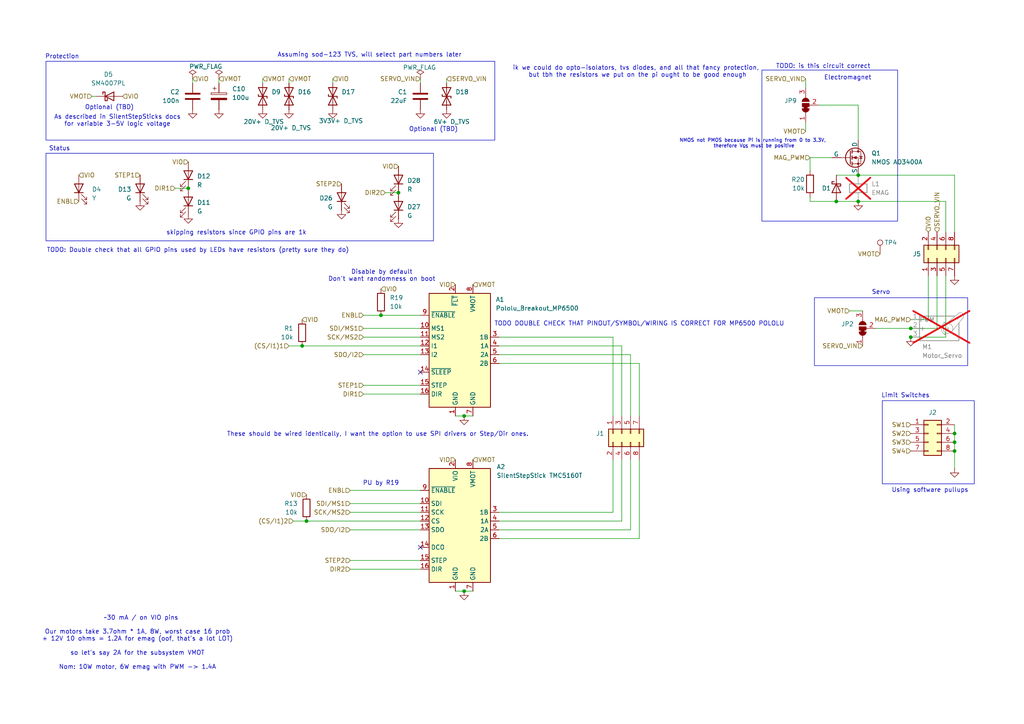
<source format=kicad_sch>
(kicad_sch (version 20231120) (generator "eeschema") (generator_version "8.0")
  (paper "A4")
  (lib_symbols
    (symbol "0chessbot-parts:Pololu_Breakout_MP6500"
      (property "Reference" "A" (at -2.54 19.05 0))
      (property "Value" "Pololu_Breakout_MP6500" (at -2.54 16.51 0))
      (symbol "Pololu_Breakout_MP6500_0_1"
        (rectangle (start -7.62 15.24) (end 10.16 -17.78) (stroke (width 0.254)) (fill (type background)))
      )
      (symbol "Pololu_Breakout_MP6500_1_1"
        (pin power_in line (at 0 -20.32 90) (length 2.54) (name "GND") (number "1"))
        (pin input line (at -10.16 5.08 0) (length 2.54) (name "MS1") (number "10"))
        (pin input line (at -10.16 2.54 0) (length 2.54) (name "MS2") (number "11"))
        (pin input line (at -10.16 0 0) (length 2.54) (name "I1") (number "12"))
        (pin input line (at -10.16 -2.54 0) (length 2.54) (name "I2") (number "13"))
        (pin input line (at -10.16 -7.62 0) (length 2.54) (name "~{SLEEP}") (number "14"))
        (pin input line (at -10.16 -11.43 0) (length 2.54) (name "STEP") (number "15"))
        (pin input line (at -10.16 -13.97 0) (length 2.54) (name "DIR") (number "16"))
        (pin power_in line (at 0 17.78 270) (length 2.54) (name "~{FLT}") (number "2"))
        (pin output line (at 12.7 2.54 180) (length 2.54) (name "1B") (number "3"))
        (pin output line (at 12.7 0 180) (length 2.54) (name "1A") (number "4"))
        (pin output line (at 12.7 -2.54 180) (length 2.54) (name "2A") (number "5"))
        (pin output line (at 12.7 -5.08 180) (length 2.54) (name "2B") (number "6"))
        (pin power_in line (at 5.08 -20.32 90) (length 2.54) (name "GND") (number "7"))
        (pin power_in line (at 5.08 17.78 270) (length 2.54) (name "VMOT") (number "8"))
        (pin input line (at -10.16 8.89 0) (length 2.54) (name "~{ENABLE}") (number "9"))
      )
    )
    (symbol "0chessbot-parts:SilentStepStick"
      (property "Reference" "A" (at -2.54 19.05 0))
      (property "Value" "SilentStepStick TMC5160T" (at -2.54 16.51 0))
      (symbol "SilentStepStick_0_1"
        (rectangle (start -7.62 15.24) (end 10.16 -17.78) (stroke (width 0.254)) (fill (type background)))
      )
      (symbol "SilentStepStick_1_1"
        (pin power_in line (at 0 -20.32 90) (length 2.54) (name "GND") (number "1"))
        (pin input line (at -10.16 5.08 0) (length 2.54) (name "SDI") (number "10"))
        (pin input line (at -10.16 2.54 0) (length 2.54) (name "SCK") (number "11"))
        (pin input line (at -10.16 0 0) (length 2.54) (name "CS") (number "12"))
        (pin input line (at -10.16 -2.54 0) (length 2.54) (name "SDO") (number "13"))
        (pin input line (at -10.16 -7.62 0) (length 2.54) (name "DCO") (number "14"))
        (pin input line (at -10.16 -11.43 0) (length 2.54) (name "STEP") (number "15"))
        (pin input line (at -10.16 -13.97 0) (length 2.54) (name "DIR") (number "16"))
        (pin power_in line (at 0 17.78 270) (length 2.54) (name "VIO") (number "2"))
        (pin output line (at 12.7 2.54 180) (length 2.54) (name "1B") (number "3"))
        (pin output line (at 12.7 0 180) (length 2.54) (name "1A") (number "4"))
        (pin output line (at 12.7 -2.54 180) (length 2.54) (name "2A") (number "5"))
        (pin output line (at 12.7 -5.08 180) (length 2.54) (name "2B") (number "6"))
        (pin power_in line (at 5.08 -20.32 90) (length 2.54) (name "GND") (number "7"))
        (pin power_in line (at 5.08 17.78 270) (length 2.54) (name "VMOT") (number "8"))
        (pin input line (at -10.16 8.89 0) (length 2.54) (name "~{ENABLE}") (number "9"))
      )
    )
    (symbol "Connector:TestPoint" (pin_numbers hide) (pin_names (offset 0.762) hide)
      (property "Reference" "TP" (at 0 6.858 0))
      (property "Value" "TestPoint" (at 0 5.08 0))
      (symbol "TestPoint_0_1"
        (circle (center 0 3.302) (radius 0.762))
      )
      (symbol "TestPoint_1_1"
        (pin passive line (at 0 0 90) (length 2.54) (name "1") (number "1"))
      )
    )
    (symbol "Connector_Generic:Conn_02x04_Odd_Even" (pin_names (offset 1.016) hide)
      (property "Reference" "J" (at 1.27 5.08 0))
      (property "Value" "Conn_02x04_Odd_Even" (at 1.27 -7.62 0))
      (symbol "Conn_02x04_Odd_Even_1_1"
        (rectangle (start -1.27 -4.953) (end 0 -5.207) (stroke (width 0.1524)))
        (rectangle (start -1.27 -2.413) (end 0 -2.667) (stroke (width 0.1524)))
        (rectangle (start -1.27 0.127) (end 0 -0.127) (stroke (width 0.1524)))
        (rectangle (start -1.27 2.667) (end 0 2.413) (stroke (width 0.1524)))
        (rectangle (start -1.27 3.81) (end 3.81 -6.35) (stroke (width 0.254)) (fill (type background)))
        (rectangle (start 3.81 -4.953) (end 2.54 -5.207) (stroke (width 0.1524)))
        (rectangle (start 3.81 -2.413) (end 2.54 -2.667) (stroke (width 0.1524)))
        (rectangle (start 3.81 0.127) (end 2.54 -0.127) (stroke (width 0.1524)))
        (rectangle (start 3.81 2.667) (end 2.54 2.413) (stroke (width 0.1524)))
        (pin passive line (at -5.08 2.54 0) (length 3.81) (name "Pin_1") (number "1"))
        (pin passive line (at 7.62 2.54 180) (length 3.81) (name "Pin_2") (number "2"))
        (pin passive line (at -5.08 0 0) (length 3.81) (name "Pin_3") (number "3"))
        (pin passive line (at 7.62 0 180) (length 3.81) (name "Pin_4") (number "4"))
        (pin passive line (at -5.08 -2.54 0) (length 3.81) (name "Pin_5") (number "5"))
        (pin passive line (at 7.62 -2.54 180) (length 3.81) (name "Pin_6") (number "6"))
        (pin passive line (at -5.08 -5.08 0) (length 3.81) (name "Pin_7") (number "7"))
        (pin passive line (at 7.62 -5.08 180) (length 3.81) (name "Pin_8") (number "8"))
      )
    )
    (symbol "Device:C" (pin_numbers hide) (pin_names (offset 0.254))
      (property "Reference" "C" (at 0.635 2.54 0))
      (property "Value" "C" (at 0.635 -2.54 0))
      (symbol "C_0_1"
        (polyline (pts (xy -2.032 -0.762) (xy 2.032 -0.762)) (stroke (width 0.508)))
        (polyline (pts (xy -2.032 0.762) (xy 2.032 0.762)) (stroke (width 0.508)))
      )
      (symbol "C_1_1"
        (pin passive line (at 0 3.81 270) (length 2.794) (name "~") (number "1"))
        (pin passive line (at 0 -3.81 90) (length 2.794) (name "~") (number "2"))
      )
    )
    (symbol "Device:C_Polarized" (pin_numbers hide) (pin_names (offset 0.254))
      (property "Reference" "C" (at 0.635 2.54 0))
      (property "Value" "C_Polarized" (at 0.635 -2.54 0))
      (symbol "C_Polarized_0_1"
        (rectangle (start -2.286 0.508) (end 2.286 1.016))
        (polyline (pts (xy -1.778 2.286) (xy -0.762 2.286)))
        (polyline (pts (xy -1.27 2.794) (xy -1.27 1.778)))
        (rectangle (start 2.286 -0.508) (end -2.286 -1.016) (fill (type outline)))
      )
      (symbol "C_Polarized_1_1"
        (pin passive line (at 0 3.81 270) (length 2.794) (name "~") (number "1"))
        (pin passive line (at 0 -3.81 90) (length 2.794) (name "~") (number "2"))
      )
    )
    (symbol "Device:D_Schottky" (pin_numbers hide) (pin_names (offset 1.016) hide)
      (property "Reference" "D" (at 0 2.54 0))
      (property "Value" "D_Schottky" (at 0 -2.54 0))
      (symbol "D_Schottky_0_1"
        (polyline (pts (xy 1.27 0) (xy -1.27 0)))
        (polyline (pts (xy 1.27 1.27) (xy 1.27 -1.27) (xy -1.27 0) (xy 1.27 1.27)) (stroke (width 0.254)))
        (polyline (pts (xy -1.905 0.635) (xy -1.905 1.27) (xy -1.27 1.27) (xy -1.27 -1.27) (xy -0.635 -1.27) (xy -0.635 -0.635)) (stroke (width 0.254)))
      )
      (symbol "D_Schottky_1_1"
        (pin passive line (at -3.81 0 0) (length 2.54) (name "K") (number "1"))
        (pin passive line (at 3.81 0 180) (length 2.54) (name "A") (number "2"))
      )
    )
    (symbol "Device:D_TVS" (pin_numbers hide) (pin_names (offset 1.016) hide)
      (property "Reference" "D" (at 0 2.54 0))
      (property "Value" "D_TVS" (at 0 -2.54 0))
      (symbol "D_TVS_0_1"
        (polyline (pts (xy 1.27 0) (xy -1.27 0)))
        (polyline (pts (xy 0.508 1.27) (xy 0 1.27) (xy 0 -1.27) (xy -0.508 -1.27)) (stroke (width 0.254)))
        (polyline (pts (xy -2.54 1.27) (xy -2.54 -1.27) (xy 2.54 1.27) (xy 2.54 -1.27) (xy -2.54 1.27)) (stroke (width 0.254)))
      )
      (symbol "D_TVS_1_1"
        (pin passive line (at -3.81 0 0) (length 2.54) (name "A1") (number "1"))
        (pin passive line (at 3.81 0 180) (length 2.54) (name "A2") (number "2"))
      )
    )
    (symbol "Device:ElectromagneticActor" (pin_numbers hide) (pin_names (offset 0.0254) hide)
      (property "Reference" "L" (at 1.27 3.81 0))
      (property "Value" "ElectromagneticActor" (at 1.27 -1.27 0))
      (symbol "ElectromagneticActor_0_1"
        (rectangle (start -2.54 2.54) (end 2.54 0) (stroke (width 0.254)))
        (polyline (pts (xy -1.27 2.54) (xy 1.27 0)) (stroke (width 0.254)))
      )
      (symbol "ElectromagneticActor_1_1"
        (pin passive line (at 0 5.08 270) (length 2.54) (name "-") (number "1"))
        (pin passive line (at 0 -2.54 90) (length 2.54) (name "+") (number "2"))
      )
    )
    (symbol "Device:LED" (pin_numbers hide) (pin_names (offset 1.016) hide)
      (property "Reference" "D" (at 0 2.54 0))
      (property "Value" "LED" (at 0 -2.54 0))
      (symbol "LED_0_1"
        (polyline (pts (xy -1.27 -1.27) (xy -1.27 1.27)) (stroke (width 0.254)))
        (polyline (pts (xy -1.27 0) (xy 1.27 0)))
        (polyline (pts (xy 1.27 -1.27) (xy 1.27 1.27) (xy -1.27 0) (xy 1.27 -1.27)) (stroke (width 0.254)))
        (polyline (pts (xy -3.048 -0.762) (xy -4.572 -2.286) (xy -3.81 -2.286) (xy -4.572 -2.286) (xy -4.572 -1.524)))
        (polyline (pts (xy -1.778 -0.762) (xy -3.302 -2.286) (xy -2.54 -2.286) (xy -3.302 -2.286) (xy -3.302 -1.524)))
      )
      (symbol "LED_1_1"
        (pin passive line (at -3.81 0 0) (length 2.54) (name "K") (number "1"))
        (pin passive line (at 3.81 0 180) (length 2.54) (name "A") (number "2"))
      )
    )
    (symbol "Device:R" (pin_numbers hide) (pin_names (offset 0))
      (property "Reference" "R" (at 2.032 0 90))
      (property "Value" "R" (at 0 0 90))
      (symbol "R_0_1"
        (rectangle (start -1.016 -2.54) (end 1.016 2.54) (stroke (width 0.254)))
      )
      (symbol "R_1_1"
        (pin passive line (at 0 3.81 270) (length 1.27) (name "~") (number "1"))
        (pin passive line (at 0 -3.81 90) (length 1.27) (name "~") (number "2"))
      )
    )
    (symbol "Jumper:SolderJumper_3_Bridged12" (pin_names (offset 0) hide) (exclude_from_sim yes) (in_bom no)
      (property "Reference" "JP" (at -2.54 -2.54 0))
      (property "Value" "SolderJumper_3_Bridged12" (at 0 2.794 0))
      (symbol "SolderJumper_3_Bridged12_0_1"
        (rectangle (start -1.016 0.508) (end -0.508 -0.508) (fill (type outline)))
        (arc (start -1.016 1.016) (mid -2.0276 0) (end -1.016 -1.016))
        (arc (start -1.016 1.016) (mid -2.0276 0) (end -1.016 -1.016) (fill (type outline)))
        (rectangle (start -0.508 1.016) (end 0.508 -1.016) (fill (type outline)))
        (polyline (pts (xy -2.54 0) (xy -2.032 0)))
        (polyline (pts (xy -1.016 1.016) (xy -1.016 -1.016)))
        (polyline (pts (xy 0 -1.27) (xy 0 -1.016)))
        (polyline (pts (xy 1.016 1.016) (xy 1.016 -1.016)))
        (polyline (pts (xy 2.54 0) (xy 2.032 0)))
        (arc (start 1.016 -1.016) (mid 2.0276 0) (end 1.016 1.016))
        (arc (start 1.016 -1.016) (mid 2.0276 0) (end 1.016 1.016) (fill (type outline)))
      )
      (symbol "SolderJumper_3_Bridged12_1_1"
        (pin passive line (at -5.08 0 0) (length 2.54) (name "A") (number "1"))
        (pin passive line (at 0 -3.81 90) (length 2.54) (name "C") (number "2"))
        (pin passive line (at 5.08 0 180) (length 2.54) (name "B") (number "3"))
      )
    )
    (symbol "Motor:Motor_Servo" (pin_names (offset 0.0254))
      (property "Reference" "M" (at -5.08 4.445 0))
      (property "Value" "Motor_Servo" (at -5.08 -4.064 0))
      (symbol "Motor_Servo_0_1"
        (polyline (pts (xy 2.413 -1.778) (xy 2.032 -1.778)))
        (polyline (pts (xy 2.413 -1.778) (xy 2.286 -1.397)))
        (polyline (pts (xy 2.413 1.778) (xy 1.905 1.778)))
        (polyline (pts (xy 2.413 1.778) (xy 2.286 1.397)))
        (polyline (pts (xy 6.35 4.445) (xy 2.54 1.27)))
        (polyline (pts (xy 7.62 3.175) (xy 4.191 -1.016)))
        (polyline (pts (xy 5.08 3.556) (xy -5.08 3.556) (xy -5.08 -3.556) (xy 6.35 -3.556) (xy 6.35 1.524)) (stroke (width 0.254)))
        (arc (start 2.413 1.778) (mid 1.2406 0) (end 2.413 -1.778))
        (circle (center 3.175 0) (radius 0.1778))
        (circle (center 3.175 0) (radius 1.4224))
        (circle (center 5.969 2.794) (radius 0.127))
        (circle (center 6.477 3.302) (radius 0.127))
        (circle (center 6.985 3.81) (radius 0.127))
        (arc (start 7.62 3.175) (mid 7.4485 4.2735) (end 6.35 4.445))
      )
      (symbol "Motor_Servo_1_1"
        (pin passive line (at -7.62 2.54 0) (length 2.54) (name "PWM") (number "1"))
        (pin passive line (at -7.62 0 0) (length 2.54) (name "+") (number "2"))
        (pin passive line (at -7.62 -2.54 0) (length 2.54) (name "-") (number "3"))
      )
    )
    (symbol "Simulation_SPICE:NMOS" (pin_numbers hide) (pin_names (offset 0))
      (property "Reference" "Q" (at 5.08 1.27 0))
      (property "Value" "NMOS" (at 5.08 -1.27 0))
      (symbol "NMOS_0_1"
        (polyline (pts (xy 0.254 0) (xy -2.54 0)))
        (polyline (pts (xy 0.254 1.905) (xy 0.254 -1.905)) (stroke (width 0.254)))
        (polyline (pts (xy 0.762 -1.27) (xy 0.762 -2.286)) (stroke (width 0.254)))
        (polyline (pts (xy 0.762 0.508) (xy 0.762 -0.508)) (stroke (width 0.254)))
        (polyline (pts (xy 0.762 2.286) (xy 0.762 1.27)) (stroke (width 0.254)))
        (polyline (pts (xy 2.54 2.54) (xy 2.54 1.778)))
        (polyline (pts (xy 2.54 -2.54) (xy 2.54 0) (xy 0.762 0)))
        (polyline (pts (xy 0.762 -1.778) (xy 3.302 -1.778) (xy 3.302 1.778) (xy 0.762 1.778)))
        (polyline (pts (xy 1.016 0) (xy 2.032 0.381) (xy 2.032 -0.381) (xy 1.016 0)) (fill (type outline)))
        (polyline (pts (xy 2.794 0.508) (xy 2.921 0.381) (xy 3.683 0.381) (xy 3.81 0.254)))
        (polyline (pts (xy 3.302 0.381) (xy 2.921 -0.254) (xy 3.683 -0.254) (xy 3.302 0.381)))
        (circle (center 1.651 0) (radius 2.794) (stroke (width 0.254)))
        (circle (center 2.54 -1.778) (radius 0.254) (fill (type outline)))
        (circle (center 2.54 1.778) (radius 0.254) (fill (type outline)))
      )
      (symbol "NMOS_1_1"
        (pin passive line (at 2.54 5.08 270) (length 2.54) (name "D") (number "1"))
        (pin input line (at -5.08 0 0) (length 2.54) (name "G") (number "2"))
        (pin passive line (at 2.54 -5.08 90) (length 2.54) (name "S") (number "3"))
      )
    )
    (symbol "power:GND" (power) (pin_numbers hide) (pin_names (offset 0) hide)
      (property "Value" "GND" (at 0 -3.81 0))
      (symbol "GND_0_1"
        (polyline (pts (xy 0 0) (xy 0 -1.27) (xy 1.27 -1.27) (xy 0 -2.54) (xy -1.27 -1.27) (xy 0 -1.27)))
      )
      (symbol "GND_1_1"
        (pin power_in line (at 0 0 270) (length 0) (name "~") (number "1"))
      )
    )
    (symbol "power:PWR_FLAG" (power) (pin_numbers hide) (pin_names (offset 0) hide)
      (property "Value" "PWR_FLAG" (at 0 3.81 0))
      (symbol "PWR_FLAG_0_0"
        (pin power_out line (at 0 0 90) (length 0) (name "~") (number "1"))
      )
      (symbol "PWR_FLAG_0_1"
        (polyline (pts (xy 0 0) (xy 0 1.27) (xy -1.016 1.905) (xy 0 2.54) (xy 1.016 1.905) (xy 0 1.27)))
      )
    )
  )
  (junction (at 54.61 54.61))
  (junction (at 264.16 95.25))
  (junction (at 276.86 125.73))
  (junction (at 248.92 58.42))
  (junction (at 88.9 151.13))
  (junction (at 248.92 50.8))
  (junction (at 115.57 55.88))
  (junction (at 134.62 120.65))
  (junction (at 276.86 128.27))
  (junction (at 264.16 97.79))
  (junction (at 134.62 171.45))
  (junction (at 87.63 100.33))
  (junction (at 242.57 58.42))
  (junction (at 110.49 91.44))
  (junction (at 276.86 130.81))
  (no_connect (at 121.92 107.95))
  (no_connect (at 121.92 158.75))
  (wire (pts (xy 50.8 54.61) (xy 54.61 54.61)))
  (wire (pts (xy 55.88 24.13) (xy 55.88 22.86)))
  (wire (pts (xy 264.16 92.71) (xy 269.24 92.71)))
  (wire (pts (xy 83.82 100.33) (xy 87.63 100.33)))
  (wire (pts (xy 276.86 128.27) (xy 276.86 125.73)))
  (wire (pts (xy 180.34 100.33) (xy 180.34 120.65)))
  (wire (pts (xy 105.41 95.25) (xy 121.92 95.25)))
  (wire (pts (xy 105.41 114.3) (xy 121.92 114.3)))
  (wire (pts (xy 105.41 111.76) (xy 121.92 111.76)))
  (wire (pts (xy 276.86 130.81) (xy 276.86 135.89)))
  (wire (pts (xy 144.78 156.21) (xy 185.42 156.21)))
  (wire (pts (xy 129.54 22.86) (xy 129.54 24.13)))
  (wire (pts (xy 180.34 151.13) (xy 180.34 133.35)))
  (wire (pts (xy 105.41 91.44) (xy 110.49 91.44)))
  (wire (pts (xy 144.78 153.67) (xy 182.88 153.67)))
  (wire (pts (xy 237.49 30.48) (xy 248.92 30.48)))
  (wire (pts (xy 234.95 45.72) (xy 241.3 45.72)))
  (wire (pts (xy 234.95 57.15) (xy 234.95 58.42)))
  (wire (pts (xy 242.57 50.8) (xy 248.92 50.8)))
  (wire (pts (xy 248.92 40.64) (xy 248.92 30.48)))
  (wire (pts (xy 269.24 80.01) (xy 269.24 92.71)))
  (wire (pts (xy 105.41 97.79) (xy 121.92 97.79)))
  (wire (pts (xy 96.52 22.86) (xy 96.52 24.13)))
  (wire (pts (xy 242.57 58.42) (xy 248.92 58.42)))
  (wire (pts (xy 132.08 171.45) (xy 134.62 171.45)))
  (wire (pts (xy 182.88 153.67) (xy 182.88 133.35)))
  (wire (pts (xy 101.6 146.05) (xy 121.92 146.05)))
  (wire (pts (xy 182.88 102.87) (xy 144.78 102.87)))
  (wire (pts (xy 144.78 100.33) (xy 180.34 100.33)))
  (wire (pts (xy 85.09 151.13) (xy 88.9 151.13)))
  (wire (pts (xy 233.68 22.86) (xy 233.68 25.4)))
  (wire (pts (xy 76.2 22.86) (xy 76.2 24.13)))
  (wire (pts (xy 233.68 38.1) (xy 233.68 35.56)))
  (wire (pts (xy 101.6 165.1) (xy 121.92 165.1)))
  (wire (pts (xy 248.92 58.42) (xy 274.32 58.42)))
  (wire (pts (xy 274.32 97.79) (xy 274.32 80.01)))
  (wire (pts (xy 144.78 151.13) (xy 180.34 151.13)))
  (wire (pts (xy 26.67 27.94) (xy 27.94 27.94)))
  (wire (pts (xy 111.76 55.88) (xy 115.57 55.88)))
  (wire (pts (xy 246.38 90.17) (xy 250.19 90.17)))
  (wire (pts (xy 264.16 97.79) (xy 274.32 97.79)))
  (wire (pts (xy 88.9 151.13) (xy 121.92 151.13)))
  (wire (pts (xy 132.08 120.65) (xy 134.62 120.65)))
  (wire (pts (xy 63.5 22.86) (xy 63.5 24.13)))
  (wire (pts (xy 185.42 105.41) (xy 185.42 120.65)))
  (wire (pts (xy 105.41 102.87) (xy 121.92 102.87)))
  (wire (pts (xy 234.95 49.53) (xy 234.95 45.72)))
  (wire (pts (xy 121.92 22.86) (xy 121.92 24.13)))
  (wire (pts (xy 177.8 120.65) (xy 177.8 97.79)))
  (wire (pts (xy 276.86 50.8) (xy 276.86 67.31)))
  (wire (pts (xy 177.8 148.59) (xy 177.8 133.35)))
  (wire (pts (xy 101.6 142.24) (xy 121.92 142.24)))
  (wire (pts (xy 271.78 95.25) (xy 271.78 80.01)))
  (wire (pts (xy 101.6 162.56) (xy 121.92 162.56)))
  (wire (pts (xy 276.86 125.73) (xy 276.86 123.19)))
  (wire (pts (xy 185.42 156.21) (xy 185.42 133.35)))
  (wire (pts (xy 248.92 50.8) (xy 276.86 50.8)))
  (wire (pts (xy 101.6 153.67) (xy 121.92 153.67)))
  (wire (pts (xy 110.49 91.44) (xy 121.92 91.44)))
  (wire (pts (xy 101.6 148.59) (xy 121.92 148.59)))
  (wire (pts (xy 274.32 58.42) (xy 274.32 67.31)))
  (wire (pts (xy 182.88 120.65) (xy 182.88 102.87)))
  (wire (pts (xy 264.16 95.25) (xy 271.78 95.25)))
  (wire (pts (xy 144.78 105.41) (xy 185.42 105.41)))
  (wire (pts (xy 87.63 100.33) (xy 121.92 100.33)))
  (wire (pts (xy 144.78 148.59) (xy 177.8 148.59)))
  (wire (pts (xy 83.82 22.86) (xy 83.82 24.13)))
  (wire (pts (xy 134.62 120.65) (xy 137.16 120.65)))
  (wire (pts (xy 134.62 171.45) (xy 137.16 171.45)))
  (wire (pts (xy 234.95 58.42) (xy 242.57 58.42)))
  (wire (pts (xy 276.86 128.27) (xy 276.86 130.81)))
  (wire (pts (xy 254 95.25) (xy 264.16 95.25)))
  (wire (pts (xy 177.8 97.79) (xy 144.78 97.79)))
  (rectangle (start 13.335 44.45) (end 125.73 69.85))
  (rectangle (start 13.335 17.78) (end 143.51 40.64))
  (rectangle (start 236.22 86.36) (end 280.67 106.045))
  (rectangle (start 255.905 116.205) (end 282.575 140.335))
  (rectangle (start 220.98 20.32) (end 260.35 64.135))
  (text "TODO: Double check that all GPIO pins used by LEDs have resistors (pretty sure they do)" (at 57.404 72.644 0) (effects (font (size 1.27 1.27))))
  (text "Optional (TBD)" (at 125.73 37.592 0) (effects (font (size 1.27 1.27))))
  (text "Assuming sod-123 TVS, will select part numbers later" (at 107.188 16.002 0) (effects (font (size 1.27 1.27))))
  (text "PU by R19" (at 110.49 140.208 0) (effects (font (size 1.27 1.27))))
  (text "These should be wired identically, I want the option to use SPI drivers or Step/Dir ones." (at 65.786 126.746 0) (effects (font (size 1.27 1.27)) (justify left bottom)))
  (text "Status" (at 17.272 43.18 0) (effects (font (size 1.27 1.27))))
  (text "As described in SilentStepSticks docs \nfor variable 3-5V logic voltage " (at 34.544 35.052 0) (effects (font (size 1.27 1.27))))
  (text "TODO: is this circuit correct" (at 238.76 19.304 0) (effects (font (size 1.27 1.27))))
  (text "Limit Switches" (at 262.636 114.808 0) (effects (font (size 1.27 1.27))))
  (text "Disable by default\nDon't want randomness on boot" (at 110.744 80.01 0) (effects (font (size 1.27 1.27))))
  (text "Protection" (at 18.034 16.51 0) (effects (font (size 1.27 1.27))))
  (text "Servo" (at 255.524 84.836 0) (effects (font (size 1.27 1.27))))
  (text "NMOS not PMOS because Pi is running from 0 to 3.3V, \ntherefore V_{GS} must be positive" (at 218.694 41.656 0) (effects (font (size 1 1))))
  (text "TODO DOUBLE CHECK THAT PINOUT/SYMBOL/WIRING IS CORRECT FOR MP6500 POLOLU" (at 185.42 93.98 0) (effects (font (size 1.27 1.27))))
  (text "Our motors take 3.7ohm * 1A, 8W, worst case 16 prob\n+ 12V 10 ohms = 1.2A for emag (oof, that's a lot LOT)\n\nso let's say 2A for the subsystem VMOT\n\nNom: 10W motor, 6W emag with PWM -> 1.4A" (at 39.878 188.468 0) (effects (font (size 1.27 1.27))))
  (text "ik we could do opto-isolators, tvs diodes, and all that fancy protection, \nbut tbh the resistors we put on the pi ought to be good enough" (at 184.912 20.828 0) (effects (font (size 1.27 1.27))))
  (text "Using software pullups" (at 269.748 142.24 0) (effects (font (size 1.27 1.27))))
  (text "skipping resistors since GPIO pins are 1k" (at 68.58 67.564 0) (effects (font (size 1.27 1.27))))
  (text "Electromagnet" (at 245.872 22.606 0) (effects (font (size 1.27 1.27))))
  (text "~30 mA / on VIO pins\n" (at 40.894 179.324 0) (effects (font (size 1.27 1.27))))
  (text "Optional (TBD)" (at 31.75 31.242 0) (effects (font (size 1.27 1.27))))
  (hierarchical_label "VMOT" (shape input) (at 26.67 27.94 180))
  (hierarchical_label "ENBL" (shape input) (at 101.6 142.24 180))
  (hierarchical_label "DIR2" (shape input) (at 101.6 165.1 180))
  (hierarchical_label "SW2" (shape input) (at 264.16 125.73 180))
  (hierarchical_label "STEP2" (shape input) (at 99.06 53.34 180))
  (hierarchical_label "SCK{slash}MS2" (shape input) (at 105.41 97.79 180))
  (hierarchical_label "VIO" (shape input) (at 35.56 27.94 0))
  (hierarchical_label "VIO" (shape input) (at 110.49 83.82 0))
  (hierarchical_label "(CS{slash}I1)2" (shape input) (at 85.09 151.13 180))
  (hierarchical_label "VIO" (shape input) (at 96.52 22.86 0))
  (hierarchical_label "SW4" (shape input) (at 264.16 130.81 180))
  (hierarchical_label "ENBL" (shape input) (at 22.86 58.42 180))
  (hierarchical_label "STEP1" (shape input) (at 105.41 111.76 180))
  (hierarchical_label "SERVO_VIN" (shape input) (at 271.78 67.31 90))
  (hierarchical_label "MAG_PWM" (shape input) (at 234.95 45.72 180))
  (hierarchical_label "MAG_PWM" (shape input) (at 264.16 92.71 180))
  (hierarchical_label "VMOT" (shape input) (at 137.16 133.35 0))
  (hierarchical_label "VMOT" (shape input) (at 76.2 22.86 0))
  (hierarchical_label "VIO" (shape input) (at 132.08 82.55 180))
  (hierarchical_label "DIR2" (shape input) (at 111.76 55.88 180))
  (hierarchical_label "SERVO_VIN" (shape input) (at 121.92 22.86 180))
  (hierarchical_label "STEP1" (shape input) (at 40.64 50.8 180))
  (hierarchical_label "SCK{slash}MS2" (shape input) (at 101.6 148.59 180))
  (hierarchical_label "SERVO_VIN" (shape input) (at 129.54 22.86 0))
  (hierarchical_label "SERVO_VIN" (shape input) (at 233.68 22.86 180))
  (hierarchical_label "VMOT" (shape input) (at 63.5 22.86 0))
  (hierarchical_label "DIR1" (shape input) (at 105.41 114.3 180))
  (hierarchical_label "SW1" (shape input) (at 264.16 123.19 180))
  (hierarchical_label "SDO{slash}I2" (shape input) (at 101.6 153.67 180))
  (hierarchical_label "VMOT" (shape input) (at 255.27 73.66 180))
  (hierarchical_label "SDI{slash}MS1" (shape input) (at 105.41 95.25 180))
  (hierarchical_label "VIO" (shape input) (at 87.63 92.71 0))
  (hierarchical_label "(CS{slash}I1)1" (shape input) (at 83.82 100.33 180))
  (hierarchical_label "VMOT" (shape input) (at 246.38 90.17 180))
  (hierarchical_label "SERVO_VIN" (shape input) (at 250.19 100.33 180))
  (hierarchical_label "SDO{slash}I2" (shape input) (at 105.41 102.87 180))
  (hierarchical_label "VMOT" (shape input) (at 137.16 82.55 0))
  (hierarchical_label "VIO" (shape input) (at 269.24 67.31 90))
  (hierarchical_label "VMOT" (shape input) (at 233.68 38.1 180))
  (hierarchical_label "DIR1" (shape input) (at 50.8 54.61 180))
  (hierarchical_label "VIO" (shape input) (at 132.08 133.35 180))
  (hierarchical_label "VIO" (shape input) (at 54.61 46.99 180))
  (hierarchical_label "SDI{slash}MS1" (shape input) (at 101.6 146.05 180))
  (hierarchical_label "VIO" (shape input) (at 55.88 22.86 0))
  (hierarchical_label "STEP2" (shape input) (at 101.6 162.56 180))
  (hierarchical_label "ENBL" (shape input) (at 105.41 91.44 180))
  (hierarchical_label "VIO" (shape input) (at 22.86 50.8 0))
  (hierarchical_label "VIO" (shape input) (at 115.57 48.26 180))
  (hierarchical_label "VMOT" (shape input) (at 83.82 22.86 0))
  (hierarchical_label "VIO" (shape input) (at 88.9 143.51 180))
  (hierarchical_label "SW3" (shape input) (at 264.16 128.27 180))
  (symbol (lib_id "Device:D_TVS") (at 83.82 27.94 90) (unit 1)
    (property "Reference" "D16" (at 86.36 26.6699 90) (effects (justify right)))
    (property "Value" "20V+ D_TVS" (at 78.486 37.084 90) (effects (justify right)))
    (property "Footprint" "Diode_SMD:D_SOD-123F" (effects (hide yes)))
    (property "Description" "Bidirectional transient-voltage-suppression diode" (effects (hide yes)))
  )
  (symbol (lib_id "Device:D_TVS") (at 76.2 27.94 90) (unit 1)
    (property "Reference" "D9" (at 78.74 26.6699 90) (effects (justify right)))
    (property "Value" "20V+ D_TVS" (at 70.612 35.306 90) (effects (justify right)))
    (property "Footprint" "Diode_SMD:D_SOD-123F" (effects (hide yes)))
    (property "Description" "Bidirectional transient-voltage-suppression diode" (effects (hide yes)))
  )
  (symbol (lib_id "power:GND") (at 40.64 58.42 0) (unit 1)
    (property "Reference" "#PWR033" (effects (hide yes)))
    (property "Value" "GND" (effects (hide yes)))
    (property "Description" "Power symbol creates a global label with name \"GND\" , ground" (effects (hide yes)))
  )
  (symbol (lib_id "power:GND") (at 134.62 171.45 0) (unit 1)
    (property "Reference" "#PWR027" (effects (hide yes)))
    (property "Value" "GND" (effects (hide yes)))
    (property "Description" "Power symbol creates a global label with name \"GND\" , ground" (effects (hide yes)))
  )
  (symbol (lib_id "Device:LED") (at 115.57 52.07 270) (mirror x) (unit 1)
    (property "Reference" "D28" (at 118.11 52.3874 90) (effects (justify left)))
    (property "Value" "R" (at 118.11 54.9274 90) (effects (justify left)))
    (property "Footprint" "LED_SMD:LED_0603_1608Metric_Pad1.05x0.95mm_HandSolder" (effects (hide yes)))
    (property "Description" "Light emitting diode" (effects (hide yes)))
  )
  (symbol (lib_id "power:GND") (at 134.62 120.65 0) (unit 1)
    (property "Reference" "#PWR026" (effects (hide yes)))
    (property "Value" "GND" (effects (hide yes)))
    (property "Description" "Power symbol creates a global label with name \"GND\" , ground" (effects (hide yes)))
  )
  (symbol (lib_id "0chessbot-parts:SilentStepStick") (at 132.08 151.13 0) (unit 1)
    (property "Reference" "A2" (at 144.018 135.382 0) (effects (justify left)))
    (property "Value" "SilentStepStick TMC5160T" (at 144.018 137.922 0) (effects (justify left)))
    (property "Footprint" "0chessbot-parts:Pololu_Breakout-16_15.2x20.3mm" (effects (hide yes)))
    (property "Datasheet" "https://www.pololu.com/product/2968" (effects (hide yes)))
    (property "Description" "SilentStepStick Stepper Driver TMC5160T" (effects (hide yes)))
  )
  (symbol (lib_id "Device:C") (at 55.88 27.94 0) (mirror y) (unit 1)
    (property "Reference" "C2" (at 52.07 26.6699 0) (effects (justify left)))
    (property "Value" "100n" (at 52.07 29.2099 0) (effects (justify left)))
    (property "Footprint" "Capacitor_SMD:C_0603_1608Metric_Pad1.08x0.95mm_HandSolder" (effects (hide yes)))
    (property "Description" "Unpolarized capacitor" (effects (hide yes)))
  )
  (symbol (lib_id "power:GND") (at 129.54 31.75 0) (unit 1)
    (property "Reference" "#PWR025" (effects (hide yes)))
    (property "Value" "GND" (effects (hide yes)))
    (property "Description" "Power symbol creates a global label with name \"GND\" , ground" (effects (hide yes)))
  )
  (symbol (lib_id "Jumper:SolderJumper_3_Bridged12") (at 250.19 95.25 90) (unit 1) (exclude_from_sim yes) (in_bom no)
    (property "Reference" "JP2" (at 247.65 93.9799 90) (effects (justify left)))
    (property "Value" "SolderJumper_3_Bridged12" (effects (hide yes)))
    (property "Footprint" "Jumper:SolderJumper-3_P1.3mm_Bridged12_RoundedPad1.0x1.5mm" (effects (hide yes)))
    (property "Description" "3-pole Solder Jumper, pins 1+2 closed/bridged" (effects (hide yes)))
  )
  (symbol (lib_id "Device:LED") (at 22.86 54.61 90) (unit 1)
    (property "Reference" "D4" (at 26.67 54.9274 90) (effects (justify right)))
    (property "Value" "Y" (at 26.67 57.4674 90) (effects (justify right)))
    (property "Footprint" "LED_SMD:LED_0603_1608Metric_Pad1.05x0.95mm_HandSolder" (effects (hide yes)))
    (property "Description" "Light emitting diode" (effects (hide yes)))
  )
  (symbol (lib_id "Connector_Generic:Conn_02x04_Odd_Even") (at 271.78 74.93 90) (unit 1)
    (property "Reference" "J5" (at 265.938 73.66 90))
    (property "Value" "Conn_02x04_Row_Letter_First" (effects (hide yes)))
    (property "Footprint" "Connector_PinSocket_2.54mm:PinSocket_2x04_P2.54mm_Horizontal" (effects (hide yes)))
    (property "Description" "Generic connector, double row, 02x04, odd/even pin numbering scheme (row 1 odd numbers, row 2 even numbers), script generated (kicad-library-utils/schlib/autogen/connector/)" (effects (hide yes)))
  )
  (symbol (lib_id "power:GND") (at 264.16 97.79 0) (unit 1)
    (property "Reference" "#PWR047" (effects (hide yes)))
    (property "Value" "GND" (effects (hide yes)))
    (property "Description" "Power symbol creates a global label with name \"GND\" , ground" (effects (hide yes)))
  )
  (symbol (lib_id "Device:R") (at 87.63 96.52 0) (unit 1)
    (property "Reference" "R1" (at 85.09 95.2499 0) (effects (justify right)))
    (property "Value" "10k" (at 85.09 97.7899 0) (effects (justify right)))
    (property "Footprint" "Resistor_SMD:R_0603_1608Metric_Pad0.98x0.95mm_HandSolder" (effects (hide yes)))
    (property "Description" "Resistor" (effects (hide yes)))
  )
  (symbol (lib_id "Device:D_Schottky") (at 31.75 27.94 0) (unit 1)
    (property "Reference" "D5" (at 31.4325 21.59 0))
    (property "Value" "SM4007PL" (at 31.4325 24.13 0))
    (property "Footprint" "Diode_SMD:Nexperia_CFP3_SOD-123W" (effects (hide yes)))
    (property "Description" "Schottky diode" (effects (hide yes)))
  )
  (symbol (lib_id "Device:R") (at 88.9 147.32 0) (unit 1)
    (property "Reference" "R13" (at 86.36 146.0499 0) (effects (justify right)))
    (property "Value" "10k" (at 86.36 148.5899 0) (effects (justify right)))
    (property "Footprint" "Resistor_SMD:R_0603_1608Metric_Pad0.98x0.95mm_HandSolder" (effects (hide yes)))
    (property "Description" "Resistor" (effects (hide yes)))
  )
  (symbol (lib_id "Device:LED") (at 54.61 50.8 270) (mirror x) (unit 1)
    (property "Reference" "D12" (at 57.15 51.1174 90) (effects (justify left)))
    (property "Value" "R" (at 57.15 53.6574 90) (effects (justify left)))
    (property "Footprint" "LED_SMD:LED_0603_1608Metric_Pad1.05x0.95mm_HandSolder" (effects (hide yes)))
    (property "Description" "Light emitting diode" (effects (hide yes)))
  )
  (symbol (lib_id "power:GND") (at 121.92 31.75 0) (unit 1)
    (property "Reference" "#PWR013" (effects (hide yes)))
    (property "Value" "GND" (effects (hide yes)))
    (property "Description" "Power symbol creates a global label with name \"GND\" , ground" (effects (hide yes)))
  )
  (symbol (lib_id "Device:C_Polarized") (at 63.5 27.94 0) (unit 1)
    (property "Reference" "C10" (at 67.31 25.7809 0) (effects (justify left)))
    (property "Value" "100u" (at 67.31 28.3209 0) (effects (justify left)))
    (property "Footprint" "Capacitor_SMD:CP_Elec_6.3x5.4" (effects (hide yes)))
    (property "Description" "Polarized capacitor" (effects (hide yes)))
  )
  (symbol (lib_id "Device:LED") (at 115.57 59.69 270) (mirror x) (unit 1)
    (property "Reference" "D27" (at 118.11 60.0074 90) (effects (justify left)))
    (property "Value" "G" (at 118.11 62.5474 90) (effects (justify left)))
    (property "Footprint" "LED_SMD:LED_0603_1608Metric_Pad1.05x0.95mm_HandSolder" (effects (hide yes)))
    (property "Description" "Light emitting diode" (effects (hide yes)))
  )
  (symbol (lib_id "power:GND") (at 63.5 31.75 0) (unit 1)
    (property "Reference" "#PWR028" (effects (hide yes)))
    (property "Value" "GND" (effects (hide yes)))
    (property "Description" "Power symbol creates a global label with name \"GND\" , ground" (effects (hide yes)))
  )
  (symbol (lib_id "power:GND") (at 276.86 80.01 0) (unit 1)
    (property "Reference" "#PWR020" (effects (hide yes)))
    (property "Value" "GND" (effects (hide yes)))
    (property "Description" "Power symbol creates a global label with name \"GND\" , ground" (effects (hide yes)))
  )
  (symbol (lib_id "Simulation_SPICE:NMOS") (at 246.38 45.72 0) (unit 1)
    (property "Reference" "Q1" (at 252.73 44.4499 0) (effects (justify left)))
    (property "Value" "NMOS AO3400A" (at 252.73 46.9899 0) (effects (justify left)))
    (property "Footprint" "Package_TO_SOT_SMD:SOT-23_Handsoldering" (effects (hide yes)))
    (property "Datasheet" "https://ngspice.sourceforge.io/docs/ngspice-html-manual/manual.xhtml#cha_MOSFETs" (effects (hide yes)))
    (property "Description" "N-MOSFET transistor, drain/source/gate" (effects (hide yes)))
    (property "Sim.Device" "NMOS" (effects (hide yes)))
    (property "Sim.Type" "VDMOS" (effects (hide yes)))
    (property "Sim.Pins" "1=D 2=G 3=S" (effects (hide yes)))
  )
  (symbol (lib_id "Device:C") (at 121.92 27.94 0) (mirror y) (unit 1)
    (property "Reference" "C1" (at 118.11 26.6699 0) (effects (justify left)))
    (property "Value" "22uF" (at 118.11 29.2099 0) (effects (justify left)))
    (property "Footprint" "Capacitor_SMD:C_1206_3216Metric_Pad1.33x1.80mm_HandSolder" (effects (hide yes)))
    (property "Description" "Unpolarized capacitor" (effects (hide yes)))
  )
  (symbol (lib_id "power:PWR_FLAG") (at 55.88 22.86 0) (unit 1)
    (property "Reference" "#FLG05" (effects (hide yes)))
    (property "Value" "PWR_FLAG" (at 59.69 19.304 0))
    (property "Description" "Special symbol for telling ERC where power comes from" (effects (hide yes)))
  )
  (symbol (lib_id "power:GND") (at 54.61 62.23 0) (unit 1)
    (property "Reference" "#PWR024" (effects (hide yes)))
    (property "Value" "GND" (effects (hide yes)))
    (property "Description" "Power symbol creates a global label with name \"GND\" , ground" (effects (hide yes)))
  )
  (symbol (lib_id "Device:R") (at 234.95 53.34 0) (mirror x) (unit 1)
    (property "Reference" "R20" (at 233.426 52.07 0) (effects (justify right)))
    (property "Value" "10k" (at 233.426 54.61 0) (effects (justify right)))
    (property "Footprint" "Resistor_SMD:R_0603_1608Metric_Pad0.98x0.95mm_HandSolder" (effects (hide yes)))
    (property "Description" "Resistor" (effects (hide yes)))
  )
  (symbol (lib_id "power:GND") (at 248.92 58.42 0) (unit 1)
    (property "Reference" "#PWR012" (effects (hide yes)))
    (property "Value" "GND" (effects (hide yes)))
    (property "Description" "Power symbol creates a global label with name \"GND\" , ground" (effects (hide yes)))
  )
  (symbol (lib_id "Connector:TestPoint") (at 255.27 73.66 0) (unit 1)
    (property "Reference" "TP4" (at 256.54 70.358 0) (effects (justify left)))
    (property "Value" "TestPoint" (effects (hide yes)))
    (property "Footprint" "TestPoint:TestPoint_THTPad_D2.0mm_Drill1.0mm" (effects (hide yes)))
    (property "Description" "test point" (effects (hide yes)))
  )
  (symbol (lib_id "power:GND") (at 276.86 135.89 0) (unit 1)
    (property "Reference" "#PWR011" (effects (hide yes)))
    (property "Value" "GND" (effects (hide yes)))
    (property "Description" "Power symbol creates a global label with name \"GND\" , ground" (effects (hide yes)))
  )
  (symbol (lib_id "power:GND") (at 55.88 31.75 0) (unit 1)
    (property "Reference" "#PWR022" (effects (hide yes)))
    (property "Value" "GND" (effects (hide yes)))
    (property "Description" "Power symbol creates a global label with name \"GND\" , ground" (effects (hide yes)))
  )
  (symbol (lib_id "0chessbot-parts:Pololu_Breakout_MP6500") (at 132.08 100.33 0) (unit 1)
    (property "Reference" "A1" (at 143.764 86.868 0) (effects (justify left)))
    (property "Value" "Pololu_Breakout_MP6500" (at 143.764 89.408 0) (effects (justify left)))
    (property "Footprint" "0chessbot-parts:Pololu_Breakout-16_15.2x20.3mm" (effects (hide yes)))
    (property "Datasheet" "https://www.pololu.com/product/2968" (effects (hide yes)))
    (property "Description" "Pololu Breakout Board, Stepper Driver MP6500" (effects (hide yes)))
  )
  (symbol (lib_id "power:GND") (at 83.82 31.75 0) (unit 1)
    (property "Reference" "#PWR010" (effects (hide yes)))
    (property "Value" "GND" (effects (hide yes)))
    (property "Description" "Power symbol creates a global label with name \"GND\" , ground" (effects (hide yes)))
  )
  (symbol (lib_id "Connector_Generic:Conn_02x04_Odd_Even") (at 180.34 125.73 90) (mirror x) (unit 1)
    (property "Reference" "J1" (at 175.26 125.7299 90) (effects (justify left)))
    (property "Value" "Conn_02x04_Counter_Clockwise" (effects (hide yes)))
    (property "Footprint" "Connector_PinSocket_2.54mm:PinSocket_2x04_P2.54mm_Horizontal" (effects (hide yes)))
    (property "Description" "Generic connector, double row, 02x04, odd/even pin numbering scheme (row 1 odd numbers, row 2 even numbers), script generated (kicad-library-utils/schlib/autogen/connector/)" (effects (hide yes)))
  )
  (symbol (lib_id "power:GND") (at 96.52 31.75 0) (unit 1)
    (property "Reference" "#PWR046" (effects (hide yes)))
    (property "Value" "GND" (effects (hide yes)))
    (property "Description" "Power symbol creates a global label with name \"GND\" , ground" (effects (hide yes)))
  )
  (symbol (lib_id "power:GND") (at 115.57 63.5 0) (unit 1)
    (property "Reference" "#PWR031" (effects (hide yes)))
    (property "Value" "GND" (effects (hide yes)))
    (property "Description" "Power symbol creates a global label with name \"GND\" , ground" (effects (hide yes)))
  )
  (symbol (lib_id "Device:D_TVS") (at 129.54 27.94 90) (unit 1)
    (property "Reference" "D18" (at 132.08 26.6699 90) (effects (justify right)))
    (property "Value" "6V+ D_TVS" (at 125.73 35.306 90) (effects (justify right)))
    (property "Footprint" "Diode_SMD:D_SOD-123F" (effects (hide yes)))
    (property "Description" "Bidirectional transient-voltage-suppression diode" (effects (hide yes)))
  )
  (symbol (lib_id "Device:ElectromagneticActor") (at 248.92 55.88 0) (unit 1) (in_bom no) (on_board no) (dnp yes)
    (property "Reference" "L1" (at 252.73 53.3399 0) (effects (justify left)))
    (property "Value" "EMAG" (at 252.73 55.8799 0) (effects (justify left)))
    (property "Description" "Electromagnetic actor" (effects (hide yes)))
  )
  (symbol (lib_id "Device:LED") (at 40.64 54.61 90) (unit 1)
    (property "Reference" "D13" (at 38.1 54.9274 90) (effects (justify left)))
    (property "Value" "G" (at 38.1 57.4674 90) (effects (justify left)))
    (property "Footprint" "LED_SMD:LED_0603_1608Metric_Pad1.05x0.95mm_HandSolder" (effects (hide yes)))
    (property "Description" "Light emitting diode" (effects (hide yes)))
  )
  (symbol (lib_id "power:GND") (at 76.2 31.75 0) (unit 1)
    (property "Reference" "#PWR045" (effects (hide yes)))
    (property "Value" "GND" (effects (hide yes)))
    (property "Description" "Power symbol creates a global label with name \"GND\" , ground" (effects (hide yes)))
  )
  (symbol (lib_id "Device:LED") (at 54.61 58.42 270) (mirror x) (unit 1)
    (property "Reference" "D11" (at 57.15 58.7374 90) (effects (justify left)))
    (property "Value" "G" (at 57.15 61.2774 90) (effects (justify left)))
    (property "Footprint" "LED_SMD:LED_0603_1608Metric_Pad1.05x0.95mm_HandSolder" (effects (hide yes)))
    (property "Description" "Light emitting diode" (effects (hide yes)))
  )
  (symbol (lib_id "Connector_Generic:Conn_02x04_Odd_Even") (at 269.24 125.73 0) (unit 1)
    (property "Reference" "J2" (at 270.51 119.634 0))
    (property "Value" "Conn_02x04_Row_Letter_Last" (effects (hide yes)))
    (property "Footprint" "Connector_PinSocket_2.54mm:PinSocket_2x04_P2.54mm_Horizontal" (effects (hide yes)))
    (property "Description" "Generic connector, double row, 02x04, odd/even pin numbering scheme (row 1 odd numbers, row 2 even numbers), script generated (kicad-library-utils/schlib/autogen/connector/)" (effects (hide yes)))
  )
  (symbol (lib_id "Jumper:SolderJumper_3_Bridged12") (at 233.68 30.48 90) (unit 1) (exclude_from_sim yes) (in_bom no)
    (property "Reference" "JP9" (at 231.14 29.2099 90) (effects (justify left)))
    (property "Value" "SolderJumper_3_Bridged12" (effects (hide yes)))
    (property "Footprint" "Jumper:SolderJumper-3_P1.3mm_Bridged12_RoundedPad1.0x1.5mm" (effects (hide yes)))
    (property "Description" "3-pole Solder Jumper, pins 1+2 closed/bridged" (effects (hide yes)))
  )
  (symbol (lib_id "Device:D_TVS") (at 96.52 27.94 90) (unit 1)
    (property "Reference" "D17" (at 99.06 26.6699 90) (effects (justify right)))
    (property "Value" "3V3V+ D_TVS" (at 92.456 35.052 90) (effects (justify right)))
    (property "Footprint" "Diode_SMD:D_SOD-123F" (effects (hide yes)))
    (property "Description" "Bidirectional transient-voltage-suppression diode" (effects (hide yes)))
  )
  (symbol (lib_id "Device:R") (at 110.49 87.63 0) (mirror y) (unit 1)
    (property "Reference" "R19" (at 113.03 86.3599 0) (effects (justify right)))
    (property "Value" "10k" (at 113.03 88.8999 0) (effects (justify right)))
    (property "Footprint" "Resistor_SMD:R_0603_1608Metric_Pad0.98x0.95mm_HandSolder" (effects (hide yes)))
    (property "Description" "Resistor" (effects (hide yes)))
  )
  (symbol (lib_id "power:PWR_FLAG") (at 63.5 22.86 0) (unit 1)
    (property "Reference" "#FLG06" (effects (hide yes)))
    (property "Value" "PWR_FLAG" (effects (hide yes)))
    (property "Description" "Special symbol for telling ERC where power comes from" (effects (hide yes)))
  )
  (symbol (lib_id "Motor:Motor_Servo") (at 271.78 95.25 0) (unit 1) (in_bom no) (on_board no) (dnp yes)
    (property "Reference" "M1" (at 267.462 100.584 0) (effects (justify left)))
    (property "Value" "Motor_Servo" (at 267.462 103.124 0) (effects (justify left)))
    (property "Datasheet" "http://forums.parallax.com/uploads/attachments/46831/74481.png" (effects (hide yes)))
    (property "Description" "Servo Motor (Futaba, HiTec, JR connector)" (effects (hide yes)))
  )
  (symbol (lib_id "Device:D_Schottky") (at 242.57 54.61 90) (mirror x) (unit 1)
    (property "Reference" "D1" (at 241.046 54.61 90) (effects (justify left)))
    (property "Value" "SM4007PL" (effects (hide yes)))
    (property "Footprint" "Diode_SMD:Nexperia_CFP3_SOD-123W" (effects (hide yes)))
    (property "Description" "Schottky diode" (effects (hide yes)))
  )
  (symbol (lib_id "power:GND") (at 99.06 60.96 0) (unit 1)
    (property "Reference" "#PWR034" (effects (hide yes)))
    (property "Value" "GND" (effects (hide yes)))
    (property "Description" "Power symbol creates a global label with name \"GND\" , ground" (effects (hide yes)))
  )
  (symbol (lib_id "power:PWR_FLAG") (at 121.92 22.86 0) (unit 1)
    (property "Reference" "#FLG07" (effects (hide yes)))
    (property "Value" "PWR_FLAG" (at 121.666 19.558 0))
    (property "Description" "Special symbol for telling ERC where power comes from" (effects (hide yes)))
  )
  (symbol (lib_id "Device:LED") (at 99.06 57.15 90) (unit 1)
    (property "Reference" "D26" (at 96.52 57.4674 90) (effects (justify left)))
    (property "Value" "G" (at 96.52 60.0074 90) (effects (justify left)))
    (property "Footprint" "LED_SMD:LED_0603_1608Metric_Pad1.05x0.95mm_HandSolder" (effects (hide yes)))
    (property "Description" "Light emitting diode" (effects (hide yes)))
  )
)
</source>
